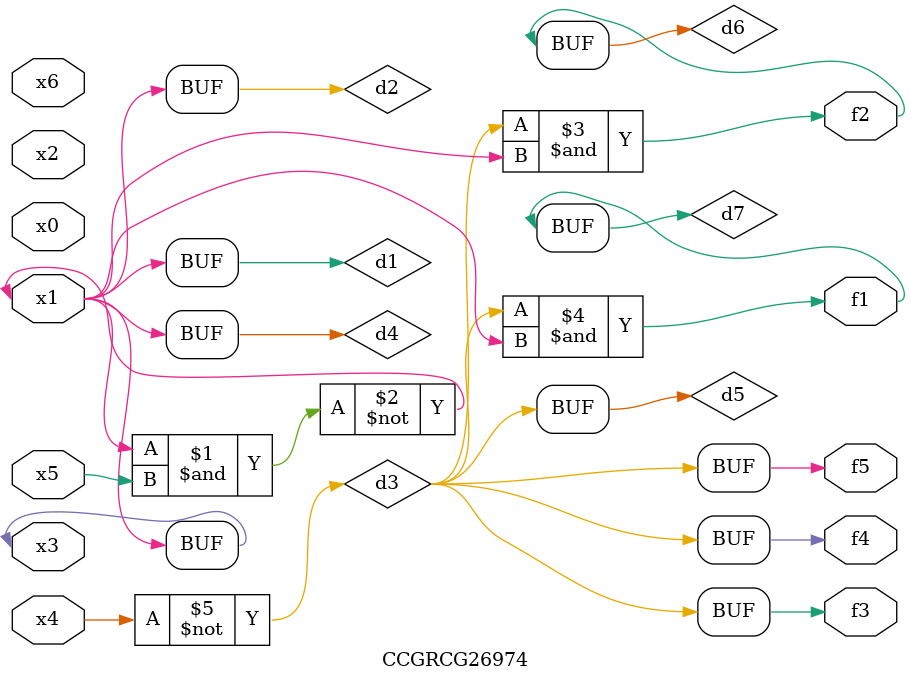
<source format=v>
module CCGRCG26974(
	input x0, x1, x2, x3, x4, x5, x6,
	output f1, f2, f3, f4, f5
);

	wire d1, d2, d3, d4, d5, d6, d7;

	buf (d1, x1, x3);
	nand (d2, x1, x5);
	not (d3, x4);
	buf (d4, d1, d2);
	buf (d5, d3);
	and (d6, d3, d4);
	and (d7, d3, d4);
	assign f1 = d7;
	assign f2 = d6;
	assign f3 = d5;
	assign f4 = d5;
	assign f5 = d5;
endmodule

</source>
